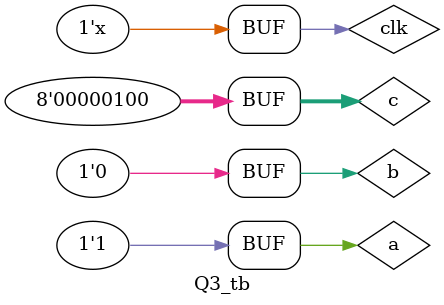
<source format=v>
`timescale 1ns / 1ps


module Q3_tb();
reg clk,a,b;
reg [7:0] c;

initial begin
    c = 8'b0000_0000;
    clk = 1'b1;
    a = 1'b1;
    b = 1'b0;
    #10;

    c = 8'b0000_0001;
    #10;

    b = ~b;
    #5;
    
    b = ~b;
    #5;

    c = 8'b0000_0010;
    #10;

    a = ~a;
    b = ~b;
    #10;

    a = ~a;
    c = 8'b0000_0011;
    #20;

    a = ~a;
    b = ~b;
    #5;

    b=~b;
    #5;

    c = 8'b0000_0100;
    a = ~a;
    #10;

    b = ~b;
end

always #5 clk = ~clk;
endmodule

</source>
